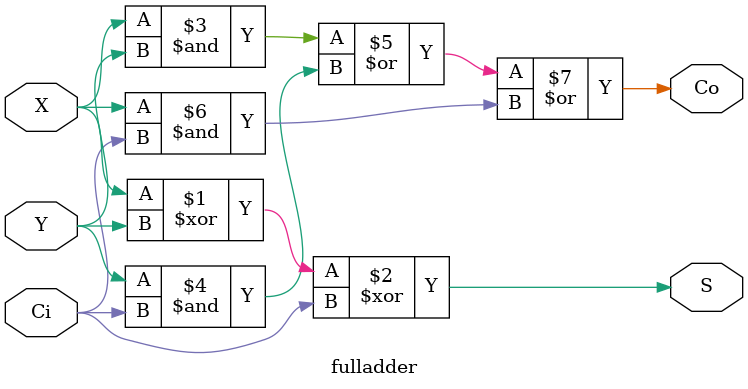
<source format=v>
module fulladder (input X, input Y, input Ci, output Co, output S);

assign S = X ^ Y ^ Ci;
assign Co = (X & Y) | (Y & Ci) |(X & Ci);
endmodule
</source>
